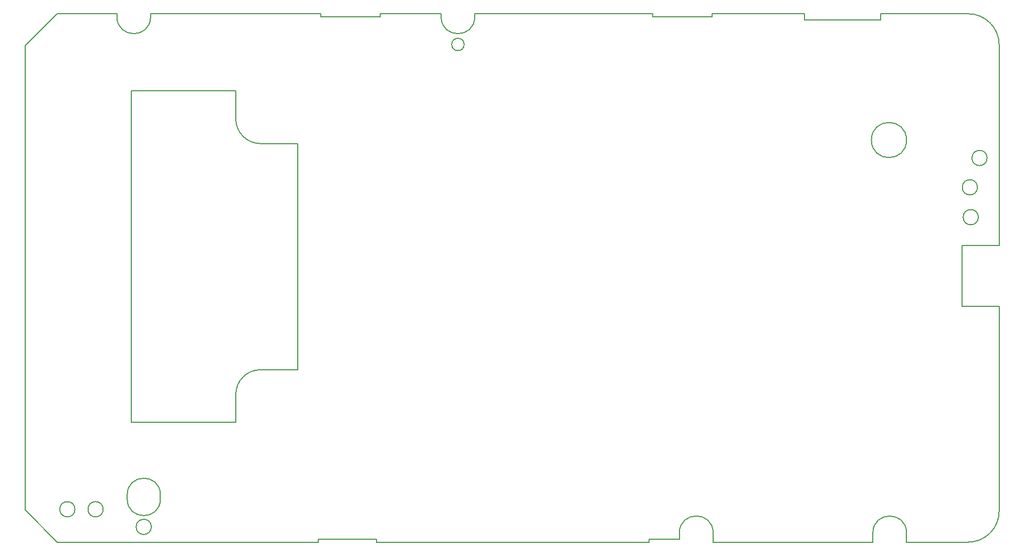
<source format=gm1>
G04 #@! TF.GenerationSoftware,KiCad,Pcbnew,(5.1.5)-3*
G04 #@! TF.CreationDate,2020-05-18T23:19:19-04:00*
G04 #@! TF.ProjectId,CPU,4350552e-6b69-4636-9164-5f7063625858,rev?*
G04 #@! TF.SameCoordinates,Original*
G04 #@! TF.FileFunction,Profile,NP*
%FSLAX46Y46*%
G04 Gerber Fmt 4.6, Leading zero omitted, Abs format (unit mm)*
G04 Created by KiCad (PCBNEW (5.1.5)-3) date 2020-05-18 23:19:19*
%MOMM*%
%LPD*%
G04 APERTURE LIST*
%ADD10C,0.200000*%
G04 APERTURE END LIST*
D10*
X68400000Y-66500000D02*
G75*
G02X64400000Y-62500000I0J4000000D01*
G01*
X64400000Y-107000000D02*
G75*
G02X68400000Y-103000000I4000000J0D01*
G01*
X64400000Y-107000000D02*
X64400000Y-111518289D01*
X68400000Y-66500000D02*
X74400000Y-66500000D01*
X74400000Y-103000000D02*
X74400000Y-66500000D01*
X68400000Y-103000000D02*
X74400000Y-103000000D01*
X52244649Y-123177944D02*
X52244646Y-123883125D01*
X46898289Y-123190046D02*
X46898285Y-123882453D01*
X52244647Y-123883125D02*
G75*
G02X46898285Y-123882453I-2673181J2669D01*
G01*
X185538834Y-68822551D02*
G75*
G03X185538834Y-68822551I-1224946J0D01*
G01*
X38469241Y-125524140D02*
G75*
G03X38469241Y-125524140I-1224951J0D01*
G01*
X181466748Y-82983385D02*
X187478540Y-82983385D01*
X167126117Y-130830029D02*
X167126117Y-129330029D01*
X168341069Y-46546121D02*
X156126882Y-46546121D01*
X50668263Y-45546121D02*
X50668263Y-46046121D01*
X141229982Y-46046121D02*
X131597110Y-46046121D01*
X141369330Y-130830029D02*
X167126117Y-130830029D01*
X187482521Y-125838725D02*
G75*
G02X182482498Y-130830029I-5000023J8727D01*
G01*
X78130974Y-46046121D02*
X78130974Y-45546121D01*
X102931438Y-46046121D02*
G75*
G02X97510304Y-46046121I-2710567J0D01*
G01*
X46898289Y-123190046D02*
G75*
G02X52244649Y-123177944I2673180J6051D01*
G01*
X64400000Y-62500000D02*
X64400000Y-58000000D01*
X87083876Y-130830029D02*
X131015605Y-130830029D01*
X183983318Y-73559215D02*
G75*
G03X183983318Y-73559215I-1224953J0D01*
G01*
X167126116Y-129330029D02*
G75*
G02X172548670Y-129330029I2711277J0D01*
G01*
X131597110Y-46046121D02*
X131597110Y-45546121D01*
X135929376Y-130330029D02*
X135929376Y-129330029D01*
X97510304Y-46046121D02*
X97510304Y-45546121D01*
X87083876Y-130330029D02*
X87083876Y-130830029D01*
X135929376Y-129330029D02*
G75*
G02X141369330Y-129330029I2719977J0D01*
G01*
X47519831Y-58000498D02*
X47519831Y-111518787D01*
X172550041Y-65926567D02*
G75*
G03X172550041Y-65926567I-2834227J0D01*
G01*
X43020813Y-125524141D02*
G75*
G03X43020813Y-125524141I-1224952J0D01*
G01*
X156126882Y-46546121D02*
X156126882Y-45546121D01*
X182483907Y-45546096D02*
G75*
G02X187478540Y-50540729I0J-4994633D01*
G01*
X35598495Y-45546121D02*
X30420000Y-50727572D01*
X45247085Y-45546121D02*
X35598495Y-45546121D01*
X141229982Y-45546121D02*
X141229982Y-46046121D01*
X30420000Y-125654611D02*
X30420000Y-50727572D01*
X184123315Y-78379762D02*
G75*
G03X184123315Y-78379762I-1224949J0D01*
G01*
X181466748Y-92772064D02*
X181466748Y-82983385D01*
X50668263Y-46046121D02*
G75*
G02X45247085Y-46046121I-2710589J0D01*
G01*
X77720563Y-130833102D02*
X35598496Y-130833102D01*
X102931437Y-45546121D02*
X102931437Y-46046121D01*
X47519831Y-58000498D02*
X64400000Y-58000000D01*
X187482526Y-125835155D02*
X187482526Y-92772064D01*
X187482526Y-92772064D02*
X181466748Y-92772064D01*
X172548670Y-130830029D02*
X182482498Y-130830029D01*
X50783461Y-128366098D02*
G75*
G03X50783461Y-128366098I-1224948J0D01*
G01*
X172548670Y-129330029D02*
X172548670Y-130830029D01*
X64400000Y-111518289D02*
X47519831Y-111518787D01*
X101220871Y-50498121D02*
G75*
G03X101220871Y-50498121I-1000000J0D01*
G01*
X168341069Y-45546098D02*
X168341069Y-46546121D01*
X141369330Y-129330029D02*
X141369330Y-130830029D01*
X131015605Y-130830029D02*
X131015605Y-130330029D01*
X30420000Y-125654611D02*
X35598496Y-130833102D01*
X45247085Y-46046121D02*
X45247085Y-45546121D01*
X78130974Y-45546121D02*
X50668263Y-45546121D01*
X87665858Y-46046121D02*
X78130974Y-46046121D01*
X87665858Y-45546121D02*
X87665858Y-46046121D01*
X182482413Y-45546098D02*
X168341069Y-45546098D01*
X77720563Y-130330029D02*
X87083876Y-130330029D01*
X97510304Y-45546121D02*
X87665858Y-45546121D01*
X131597110Y-45546121D02*
X102931437Y-45546121D01*
X156126882Y-45546121D02*
X141229982Y-45546121D01*
X187478540Y-82983385D02*
X187478540Y-50540729D01*
X131015605Y-130330029D02*
X135929376Y-130330029D01*
X77720563Y-130833102D02*
X77720563Y-130330029D01*
M02*

</source>
